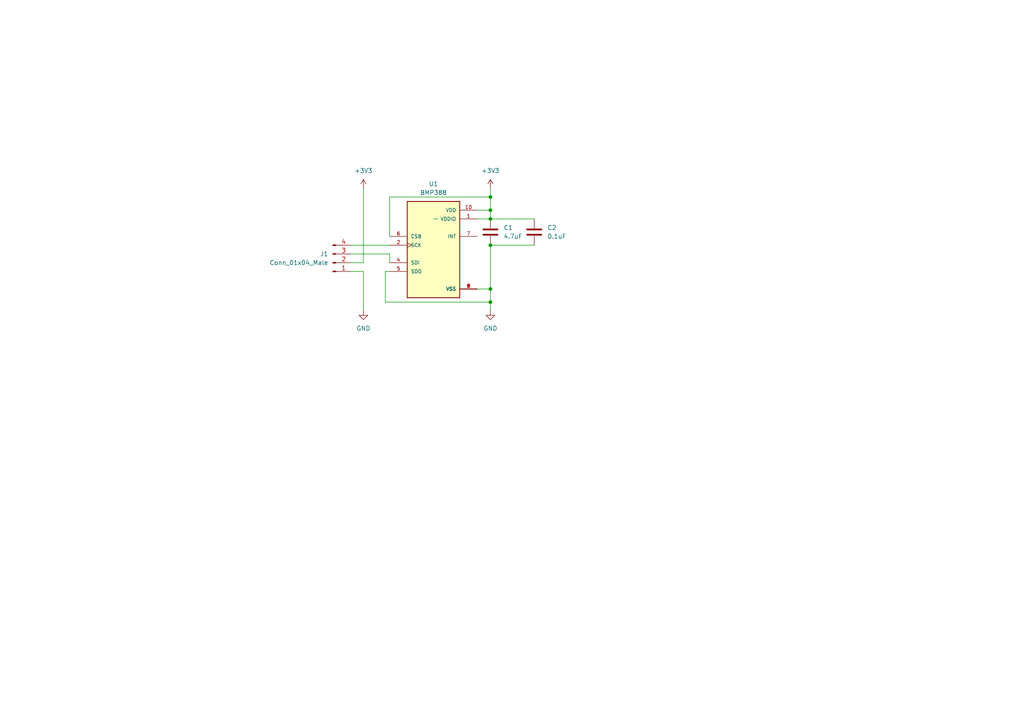
<source format=kicad_sch>
(kicad_sch (version 20211123) (generator eeschema)
  (paper "A4")
  (lib_symbols
    (symbol "Connector:Conn_01x04_Male" (pin_names (offset 1.016) hide)
      (property "Reference" "J" (at 0 5.08 0))
      (property "Value" "Conn_01x04_Male" (at 0 -7.62 0))
      (symbol "Conn_01x04_Male_1_1"
        (polyline (pts (xy 1.27 -5.08) (xy 0.8636 -5.08)) (stroke (width 0.1524)))
        (polyline (pts (xy 1.27 -2.54) (xy 0.8636 -2.54)) (stroke (width 0.1524)))
        (polyline (pts (xy 1.27 0) (xy 0.8636 0)) (stroke (width 0.1524)))
        (polyline (pts (xy 1.27 2.54) (xy 0.8636 2.54)) (stroke (width 0.1524)))
        (rectangle (start 0.8636 -4.953) (end 0 -5.207) (stroke (width 0.1524)) (fill (type outline)))
        (rectangle (start 0.8636 -2.413) (end 0 -2.667) (stroke (width 0.1524)) (fill (type outline)))
        (rectangle (start 0.8636 0.127) (end 0 -0.127) (stroke (width 0.1524)) (fill (type outline)))
        (rectangle (start 0.8636 2.667) (end 0 2.413) (stroke (width 0.1524)) (fill (type outline)))
        (pin passive line (at 5.08 2.54 180) (length 3.81) (name "Pin_1") (number "1"))
        (pin passive line (at 5.08 0 180) (length 3.81) (name "Pin_2") (number "2"))
        (pin passive line (at 5.08 -2.54 180) (length 3.81) (name "Pin_3") (number "3"))
        (pin passive line (at 5.08 -5.08 180) (length 3.81) (name "Pin_4") (number "4"))
      )
    )
    (symbol "Device:C" (pin_numbers hide) (pin_names (offset 0.254))
      (property "Reference" "C" (at 0.635 2.54 0))
      (property "Value" "C" (at 0.635 -2.54 0))
      (symbol "C_0_1"
        (polyline (pts (xy -2.032 -0.762) (xy 2.032 -0.762)) (stroke (width 0.508)))
        (polyline (pts (xy -2.032 0.762) (xy 2.032 0.762)) (stroke (width 0.508)))
      )
      (symbol "C_1_1"
        (pin passive line (at 0 3.81 270) (length 2.794) (name "~") (number "1"))
        (pin passive line (at 0 -3.81 90) (length 2.794) (name "~") (number "2"))
      )
    )
    (symbol "airball-hardware:BMP388" (pin_names (offset 1.016))
      (property "Reference" "U" (at -7.6281 15.2562 0))
      (property "Value" "BMP388" (at -7.6268 -15.2536 0))
      (symbol "BMP388_0_0"
        (rectangle (start -7.62 -12.7) (end 7.62 15.24) (stroke (width 0.254)) (fill (type background)))
        (pin power_in line (at 12.7 10.16 180) (length 5.08) (name "VDDIO") (number "1"))
        (pin power_in line (at 12.7 12.7 180) (length 5.08) (name "VDD") (number "10"))
        (pin input clock (at -12.7 2.54 0) (length 5.08) (name "SCK") (number "2"))
        (pin power_in line (at 12.7 -10.16 180) (length 5.08) (name "VSS") (number "3"))
        (pin bidirectional line (at -12.7 -2.54 0) (length 5.08) (name "SDI") (number "4"))
        (pin bidirectional line (at -12.7 -5.08 0) (length 5.08) (name "SDO") (number "5"))
        (pin input line (at -12.7 5.08 0) (length 5.08) (name "CSB") (number "6"))
        (pin output line (at 12.7 5.08 180) (length 5.08) (name "INT") (number "7"))
        (pin power_in line (at 12.7 -10.16 180) (length 5.08) (name "VSS") (number "8"))
        (pin power_in line (at 12.7 -10.16 180) (length 5.08) (name "VSS") (number "9"))
      )
    )
    (symbol "power:+3V3" (power) (pin_names (offset 0))
      (property "Value" "+3V3" (at 0 3.556 0))
      (symbol "+3V3_0_1"
        (polyline (pts (xy -0.762 1.27) (xy 0 2.54)))
        (polyline (pts (xy 0 0) (xy 0 2.54)))
        (polyline (pts (xy 0 2.54) (xy 0.762 1.27)))
      )
      (symbol "+3V3_1_1"
        (pin power_in line (at 0 0 90) (length 0) hide (name "+3V3") (number "1"))
      )
    )
    (symbol "power:GND" (power) (pin_names (offset 0))
      (property "Value" "GND" (at 0 -3.81 0))
      (symbol "GND_0_1"
        (polyline (pts (xy 0 0) (xy 0 -1.27) (xy 1.27 -1.27) (xy 0 -2.54) (xy -1.27 -1.27) (xy 0 -1.27)))
      )
      (symbol "GND_1_1"
        (pin power_in line (at 0 0 270) (length 0) hide (name "GND") (number "1"))
      )
    )
  )
  (junction (at 142.24 57.15))
  (junction (at 142.24 71.12))
  (junction (at 142.24 87.63))
  (junction (at 142.24 63.5))
  (junction (at 142.24 83.82))
  (junction (at 142.24 60.96))
  (wire (pts (xy 125.73 63.5) (xy 127 63.5)))
  (wire (pts (xy 101.6 76.2) (xy 105.41 76.2)))
  (wire (pts (xy 142.24 71.12) (xy 142.24 83.82)))
  (wire (pts (xy 142.24 63.5) (xy 142.24 60.96)))
  (wire (pts (xy 113.03 68.58) (xy 113.03 57.15)))
  (wire (pts (xy 101.6 71.12) (xy 113.03 71.12)))
  (wire (pts (xy 142.24 63.5) (xy 154.94 63.5)))
  (wire (pts (xy 142.24 87.63) (xy 142.24 90.17)))
  (wire (pts (xy 142.24 57.15) (xy 142.24 60.96)))
  (wire (pts (xy 111.76 78.74) (xy 111.76 87.63)))
  (wire (pts (xy 138.43 63.5) (xy 142.24 63.5)))
  (wire (pts (xy 113.03 73.66) (xy 113.03 76.2)))
  (wire (pts (xy 142.24 60.96) (xy 138.43 60.96)))
  (wire (pts (xy 142.24 54.61) (xy 142.24 57.15)))
  (wire (pts (xy 105.41 78.74) (xy 105.41 90.17)))
  (wire (pts (xy 111.76 87.63) (xy 142.24 87.63)))
  (wire (pts (xy 101.6 73.66) (xy 113.03 73.66)))
  (wire (pts (xy 142.24 83.82) (xy 142.24 87.63)))
  (wire (pts (xy 101.6 78.74) (xy 105.41 78.74)))
  (wire (pts (xy 138.43 83.82) (xy 142.24 83.82)))
  (wire (pts (xy 142.24 71.12) (xy 154.94 71.12)))
  (wire (pts (xy 113.03 57.15) (xy 142.24 57.15)))
  (wire (pts (xy 113.03 78.74) (xy 111.76 78.74)))
  (wire (pts (xy 105.41 54.61) (xy 105.41 76.2)))
  (symbol (lib_id "Device:C") (at 154.94 67.31 0) (unit 1)
    (property "Reference" "C2" (at 158.75 66.0399 0) (effects (justify left)))
    (property "Value" "0.1uF" (at 158.75 68.5799 0) (effects (justify left)))
    (property "Footprint" "Capacitor_SMD:C_0603_1608Metric" (effects hide))
  )
  (symbol (lib_id "Device:C") (at 142.24 67.31 0) (unit 1)
    (property "Reference" "C1" (at 146.05 66.0399 0) (effects (justify left)))
    (property "Value" "4.7uF" (at 146.05 68.5799 0) (effects (justify left)))
    (property "Footprint" "Capacitor_SMD:C_0603_1608Metric" (effects hide))
  )
  (symbol (lib_id "power:GND") (at 142.24 90.17 0) (unit 1)
    (property "Reference" "#PWR04" (effects hide))
    (property "Value" "GND" (at 142.24 95.25 0))
  )
  (symbol (lib_id "airball-hardware:BMP388") (at 125.73 73.66 0) (unit 1)
    (property "Reference" "U1" (at 125.73 53.34 0))
    (property "Value" "BMP388" (at 125.73 55.88 0))
    (property "Footprint" "airball-hardware:BMP388" (effects hide))
    (property "Datasheet" "https://ae-bst.resource.bosch.com/media/_tech/media/datasheets/BST-BMP280-DS001.pdf" (effects hide))
    (property "MANUFACTURER" "BOSCH" (effects hide))
    (property "PARTREV" "1.1" (effects hide))
    (property "STANDARD" "IPC 7351B" (effects hide))
  )
  (symbol (lib_id "Connector:Conn_01x04_Male") (at 96.52 76.2 0) (mirror x) (unit 1)
    (property "Reference" "J1" (at 95.25 73.6599 0) (effects (justify right)))
    (property "Value" "Conn_01x04_Male" (at 95.25 76.1999 0) (effects (justify right)))
    (property "Footprint" "airball-hardware:JST_SH_BM04B-SRSS-TB_1x04-1MP_P1.00mm_Vertical" (effects hide))
  )
  (symbol (lib_id "power:+3V3") (at 142.24 54.61 0) (unit 1)
    (property "Reference" "#PWR03" (effects hide))
    (property "Value" "+3V3" (at 142.24 49.53 0))
  )
  (symbol (lib_id "power:+3V3") (at 105.41 54.61 0) (unit 1)
    (property "Reference" "#PWR01" (effects hide))
    (property "Value" "+3V3" (at 105.41 49.53 0))
  )
  (symbol (lib_id "power:GND") (at 105.41 90.17 0) (unit 1)
    (property "Reference" "#PWR02" (effects hide))
    (property "Value" "GND" (at 105.41 95.25 0))
  )
)
</source>
